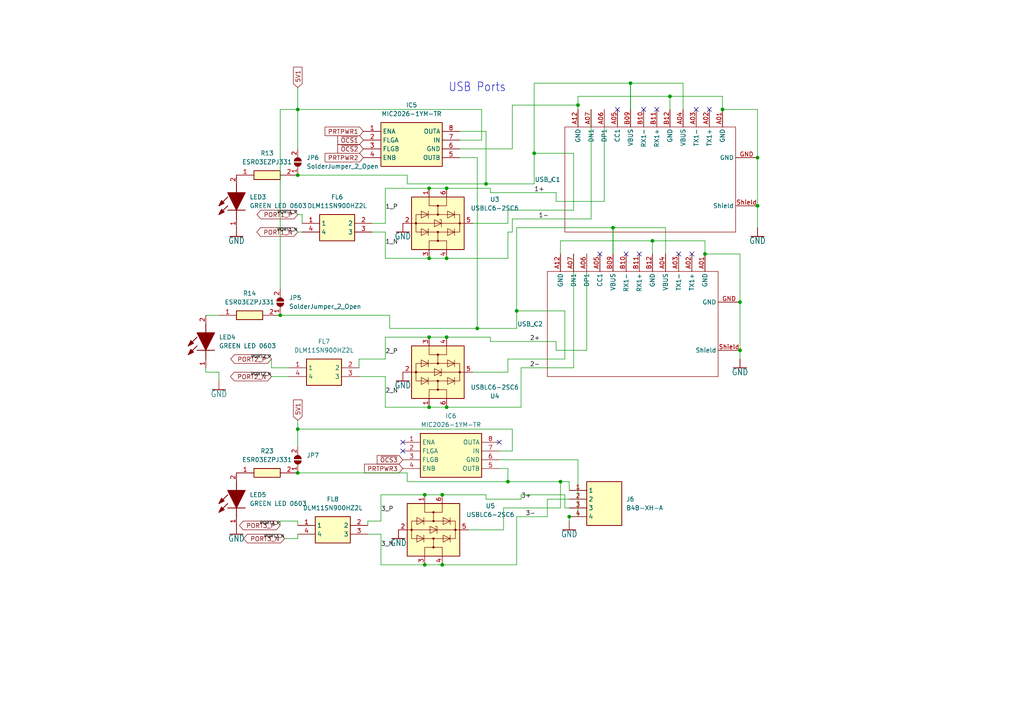
<source format=kicad_sch>
(kicad_sch (version 20230121) (generator eeschema)
  (paper "A4")
  (lib_symbols
    (symbol "Connector:PLUG-USBC-121SMT-4BS2S"
      (property "Reference" "USB_C" (at 0 0 0))
      (symbol "PLUG-USBC-121SMT-4BS2S_1_1"
        (rectangle (start -15.24 -3.81) (end 15.24 -53.34))
        (pin bidirectional line (at 20.32 -49.53 180) (length 5.08) (name "GND") (number "A01"))
        (pin bidirectional line (at 20.32 -45.72 180) (length 5.08) (name "TX1+") (number "A02"))
        (pin bidirectional line (at 20.32 -41.91 180) (length 5.08) (name "TX1-") (number "A03"))
        (pin bidirectional line (at 20.32 -38.1 180) (length 5.08) (name "VBUS") (number "A04"))
        (pin bidirectional line (at 20.32 -19.05 180) (length 5.08) (name "CC1") (number "A05"))
        (pin bidirectional line (at 20.32 -15.24 180) (length 5.08) (name "DP1") (number "A06"))
        (pin bidirectional line (at 20.32 -11.43 180) (length 5.08) (name "DN1") (number "A07"))
        (pin bidirectional line (at 20.32 -7.62 180) (length 5.08) (name "GND") (number "A12"))
        (pin bidirectional line (at 20.32 -22.86 180) (length 5.08) (name "VBUS") (number "B09"))
        (pin bidirectional line (at 20.32 -26.67 180) (length 5.08) (name "RX1-") (number "B10"))
        (pin bidirectional line (at 20.32 -30.48 180) (length 5.08) (name "RX1+") (number "B11"))
        (pin bidirectional line (at 20.32 -34.29 180) (length 5.08) (name "GND") (number "B12"))
        (pin bidirectional line (at 6.35 -59.69 90) (length 6.35) (name "GND") (number "GND"))
        (pin bidirectional line (at -7.62 -59.69 90) (length 6.35) (name "Shield") (number "Shield"))
      )
    )
    (symbol "Jumper:SolderJumper_2_Open" (pin_names (offset 0) hide)
      (property "Reference" "JP" (at 0 2.032 0))
      (property "Value" "SolderJumper_2_Open" (at 0 -2.54 0))
      (symbol "SolderJumper_2_Open_0_1"
        (arc (start -0.254 1.016) (mid -1.2656 0) (end -0.254 -1.016))
        (arc (start -0.254 1.016) (mid -1.2656 0) (end -0.254 -1.016) (fill (type outline)))
        (polyline (pts (xy -0.254 1.016) (xy -0.254 -1.016)))
        (polyline (pts (xy 0.254 1.016) (xy 0.254 -1.016)))
        (arc (start 0.254 -1.016) (mid 1.2656 0) (end 0.254 1.016))
        (arc (start 0.254 -1.016) (mid 1.2656 0) (end 0.254 1.016) (fill (type outline)))
      )
      (symbol "SolderJumper_2_Open_1_1"
        (pin passive line (at -3.81 0 0) (length 2.54) (name "A") (number "1"))
        (pin passive line (at 3.81 0 180) (length 2.54) (name "B") (number "2"))
      )
    )
    (symbol "Power_Protection:USBLC6-2SC6" (pin_names hide)
      (property "Reference" "U" (at 2.54 8.89 0))
      (property "Value" "USBLC6-2SC6" (at 2.54 -8.89 0))
      (symbol "USBLC6-2SC6_0_1"
        (rectangle (start -7.62 -7.62) (end 7.62 7.62) (stroke (width 0.254)) (fill (type background)))
        (circle (center -5.08 0) (radius 0.254) (fill (type outline)))
        (circle (center -2.54 0) (radius 0.254) (fill (type outline)))
        (rectangle (start -2.54 6.35) (end 2.54 -6.35))
        (circle (center 0 -6.35) (radius 0.254) (fill (type outline)))
        (polyline (pts (xy -5.08 -2.54) (xy -7.62 -2.54)))
        (polyline (pts (xy -5.08 0) (xy -5.08 -2.54)))
        (polyline (pts (xy -5.08 2.54) (xy -7.62 2.54)))
        (polyline (pts (xy -1.524 -2.794) (xy -3.556 -2.794)))
        (polyline (pts (xy -1.524 4.826) (xy -3.556 4.826)))
        (polyline (pts (xy 0 -7.62) (xy 0 -6.35)))
        (polyline (pts (xy 0 -6.35) (xy 0 1.27)))
        (polyline (pts (xy 0 1.27) (xy 0 6.35)))
        (polyline (pts (xy 0 6.35) (xy 0 7.62)))
        (polyline (pts (xy 1.524 -2.794) (xy 3.556 -2.794)))
        (polyline (pts (xy 1.524 4.826) (xy 3.556 4.826)))
        (polyline (pts (xy 5.08 -2.54) (xy 7.62 -2.54)))
        (polyline (pts (xy 5.08 0) (xy 5.08 -2.54)))
        (polyline (pts (xy 5.08 2.54) (xy 7.62 2.54)))
        (polyline (pts (xy -2.54 0) (xy -5.08 0) (xy -5.08 2.54)))
        (polyline (pts (xy 2.54 0) (xy 5.08 0) (xy 5.08 2.54)))
        (polyline (pts (xy -3.556 -4.826) (xy -1.524 -4.826) (xy -2.54 -2.794) (xy -3.556 -4.826)))
        (polyline (pts (xy -3.556 2.794) (xy -1.524 2.794) (xy -2.54 4.826) (xy -3.556 2.794)))
        (polyline (pts (xy -1.016 -1.016) (xy 1.016 -1.016) (xy 0 1.016) (xy -1.016 -1.016)))
        (polyline (pts (xy 1.016 1.016) (xy 0.762 1.016) (xy -1.016 1.016) (xy -1.016 0.508)))
        (polyline (pts (xy 3.556 -4.826) (xy 1.524 -4.826) (xy 2.54 -2.794) (xy 3.556 -4.826)))
        (polyline (pts (xy 3.556 2.794) (xy 1.524 2.794) (xy 2.54 4.826) (xy 3.556 2.794)))
        (circle (center 0 6.35) (radius 0.254) (fill (type outline)))
        (circle (center 2.54 0) (radius 0.254) (fill (type outline)))
        (circle (center 5.08 0) (radius 0.254) (fill (type outline)))
      )
      (symbol "USBLC6-2SC6_1_1"
        (pin passive line (at -10.16 -2.54 0) (length 2.54) (name "I/O1") (number "1"))
        (pin passive line (at 0 -10.16 90) (length 2.54) (name "GND") (number "2"))
        (pin passive line (at 10.16 -2.54 180) (length 2.54) (name "I/O2") (number "3"))
        (pin passive line (at 10.16 2.54 180) (length 2.54) (name "I/O2") (number "4"))
        (pin passive line (at 0 10.16 270) (length 2.54) (name "VBUS") (number "5"))
        (pin passive line (at -10.16 2.54 0) (length 2.54) (name "I/O1") (number "6"))
      )
    )
    (symbol "Qwiic-USB_Hub-eagle-import:GND" (power)
      (property "Value" "GND" (at 0 -0.254 0))
      (symbol "GND_1_0"
        (polyline (pts (xy -1.905 0) (xy 1.905 0)) (stroke (width 0.254)))
        (pin power_in line (at 0 2.54 270) (length 2.54) (name "GND") (number "1"))
      )
    )
    (symbol "SamacSys_Parts:B1931URO-20D000114U1930" (pin_names hide)
      (property "Reference" "LED" (at 12.7 8.89 0))
      (property "Value" "B1931URO-20D000114U1930" (at 12.7 6.35 0))
      (symbol "B1931URO-20D000114U1930_1_1"
        (polyline (pts (xy 2.54 0) (xy 5.08 0)) (stroke (width 0.254)))
        (polyline (pts (xy 5.08 2.54) (xy 5.08 -2.54)) (stroke (width 0.254)))
        (polyline (pts (xy 6.35 2.54) (xy 3.81 5.08)) (stroke (width 0.254)))
        (polyline (pts (xy 8.89 2.54) (xy 6.35 5.08)) (stroke (width 0.254)))
        (polyline (pts (xy 10.16 0) (xy 12.7 0)) (stroke (width 0.254)))
        (polyline (pts (xy 5.08 0) (xy 10.16 2.54) (xy 10.16 -2.54) (xy 5.08 0)) (stroke (width 0.254)) (fill (type outline)))
        (polyline (pts (xy 5.334 4.318) (xy 4.572 3.556) (xy 3.81 5.08) (xy 5.334 4.318)) (stroke (width 0.254)) (fill (type outline)))
        (polyline (pts (xy 7.874 4.318) (xy 7.112 3.556) (xy 6.35 5.08) (xy 7.874 4.318)) (stroke (width 0.254)) (fill (type outline)))
        (pin passive line (at 0 0 0) (length 2.54) (name "K") (number "1"))
        (pin passive line (at 15.24 0 180) (length 2.54) (name "A") (number "2"))
      )
    )
    (symbol "SamacSys_Parts:B4B-XH-A"
      (property "Reference" "J" (at 16.51 7.62 0))
      (property "Value" "B4B-XH-A" (at 16.51 5.08 0))
      (symbol "B4B-XH-A_1_1"
        (rectangle (start 5.08 2.54) (end 15.24 -10.16) (stroke (width 0.254)) (fill (type background)))
        (pin passive line (at 0 0 0) (length 5.08) (name "1") (number "1"))
        (pin passive line (at 0 -2.54 0) (length 5.08) (name "2") (number "2"))
        (pin passive line (at 0 -5.08 0) (length 5.08) (name "3") (number "3"))
        (pin passive line (at 0 -7.62 0) (length 5.08) (name "4") (number "4"))
      )
    )
    (symbol "SamacSys_Parts:DLM11SN900HZ2L"
      (property "Reference" "FL" (at 16.51 7.62 0))
      (property "Value" "DLM11SN900HZ2L" (at 16.51 5.08 0))
      (symbol "DLM11SN900HZ2L_1_1"
        (rectangle (start 5.08 2.54) (end 15.24 -5.08) (stroke (width 0.254)) (fill (type background)))
        (pin passive line (at 0 0 0) (length 5.08) (name "1") (number "1"))
        (pin passive line (at 20.32 0 180) (length 5.08) (name "2") (number "2"))
        (pin passive line (at 20.32 -2.54 180) (length 5.08) (name "3") (number "3"))
        (pin passive line (at 0 -2.54 0) (length 5.08) (name "4") (number "4"))
      )
    )
    (symbol "SamacSys_Parts:ESR03EZPJ331" (pin_names hide)
      (property "Reference" "R" (at 13.97 6.35 0))
      (property "Value" "ESR03EZPJ331" (at 13.97 3.81 0))
      (symbol "ESR03EZPJ331_1_1"
        (rectangle (start 5.08 1.27) (end 12.7 -1.27) (stroke (width 0.254)) (fill (type background)))
        (pin passive line (at 0 0 0) (length 5.08) (name "1") (number "1"))
        (pin passive line (at 17.78 0 180) (length 5.08) (name "2") (number "2"))
      )
    )
    (symbol "SamacSys_Parts:MIC2026-1YM-TR"
      (property "Reference" "IC" (at 24.13 7.62 0))
      (property "Value" "MIC2026-1YM-TR" (at 24.13 5.08 0))
      (symbol "MIC2026-1YM-TR_1_1"
        (rectangle (start 5.08 2.54) (end 22.86 -10.16) (stroke (width 0.254)) (fill (type background)))
        (pin passive line (at 0 0 0) (length 5.08) (name "ENA") (number "1"))
        (pin passive line (at 0 -2.54 0) (length 5.08) (name "FLGA") (number "2"))
        (pin passive line (at 0 -5.08 0) (length 5.08) (name "FLGB") (number "3"))
        (pin passive line (at 0 -7.62 0) (length 5.08) (name "ENB") (number "4"))
        (pin passive line (at 27.94 -7.62 180) (length 5.08) (name "OUTB") (number "5"))
        (pin passive line (at 27.94 -5.08 180) (length 5.08) (name "GND") (number "6"))
        (pin passive line (at 27.94 -2.54 180) (length 5.08) (name "IN") (number "7"))
        (pin passive line (at 27.94 0 180) (length 5.08) (name "OUTA") (number "8"))
      )
    )
  )
  (junction (at 165.1 149.86))
  (junction (at 86.36 31.75))
  (junction (at 219.71 59.69))
  (junction (at 86.36 50.8))
  (junction (at 209.55 31.75))
  (junction (at 129.54 54.61))
  (junction (at 167.64 30.48))
  (junction (at 129.54 74.93))
  (junction (at 86.36 124.46))
  (junction (at 162.56 139.7))
  (junction (at 81.28 91.44))
  (junction (at 124.46 118.11))
  (junction (at 128.27 163.83))
  (junction (at 177.8 66.04))
  (junction (at 154.94 44.45))
  (junction (at 189.23 69.85))
  (junction (at 182.88 24.13))
  (junction (at 124.46 97.79))
  (junction (at 138.43 95.25))
  (junction (at 204.47 73.66))
  (junction (at 214.63 101.6))
  (junction (at 124.46 54.61))
  (junction (at 128.27 143.51))
  (junction (at 219.71 45.72))
  (junction (at 124.46 74.93))
  (junction (at 129.54 97.79))
  (junction (at 86.36 137.16))
  (junction (at 147.32 139.7))
  (junction (at 140.97 53.34))
  (junction (at 129.54 118.11))
  (junction (at 123.19 163.83))
  (junction (at 194.31 27.94))
  (junction (at 214.63 87.63))
  (junction (at 149.86 90.17))
  (junction (at 123.19 143.51))
  (no_connect (at 190.5 31.75))
  (no_connect (at 116.84 128.27))
  (no_connect (at 173.99 73.66))
  (no_connect (at 144.78 128.27))
  (no_connect (at 201.93 31.75))
  (no_connect (at 185.42 73.66))
  (no_connect (at 116.84 130.81))
  (no_connect (at 205.74 31.75))
  (no_connect (at 179.07 31.75))
  (no_connect (at 186.69 31.75))
  (no_connect (at 181.61 73.66))
  (no_connect (at 200.66 73.66))
  (no_connect (at 196.85 73.66))
  (wire (pts (xy 144.78 133.35) (xy 167.64 133.35)))
  (wire (pts (xy 149.86 90.17) (xy 149.86 66.04)) (stroke (width 0.1524)))
  (wire (pts (xy 113.03 95.25) (xy 138.43 95.25)) (stroke (width 0.1524)))
  (wire (pts (xy 123.19 143.51) (xy 128.27 143.51)))
  (wire (pts (xy 162.56 69.85) (xy 189.23 69.85)))
  (wire (pts (xy 154.94 53.34) (xy 154.94 44.45)) (stroke (width 0.1524)))
  (wire (pts (xy 219.71 59.69) (xy 219.71 66.04)) (stroke (width 0.1524)))
  (wire (pts (xy 219.71 31.75) (xy 219.71 45.72)) (stroke (width 0.1524)))
  (wire (pts (xy 111.76 54.61) (xy 124.46 54.61)))
  (wire (pts (xy 214.63 73.66) (xy 204.47 73.66)) (stroke (width 0.1524)))
  (wire (pts (xy 147.32 104.14) (xy 163.83 104.14)))
  (wire (pts (xy 129.54 118.11) (xy 151.13 118.11)))
  (wire (pts (xy 214.63 101.6) (xy 214.63 104.14)) (stroke (width 0.1524)))
  (wire (pts (xy 182.88 24.13) (xy 182.88 31.75)) (stroke (width 0.1524)))
  (wire (pts (xy 148.59 63.5) (xy 171.45 63.5)))
  (wire (pts (xy 158.75 144.78) (xy 165.1 144.78)))
  (wire (pts (xy 86.36 156.21) (xy 86.36 154.94)))
  (wire (pts (xy 204.47 69.85) (xy 204.47 73.66)))
  (wire (pts (xy 128.27 143.51) (xy 140.97 143.51)))
  (wire (pts (xy 193.04 66.04) (xy 177.8 66.04)))
  (wire (pts (xy 86.36 124.46) (xy 86.36 129.54)))
  (wire (pts (xy 148.59 30.48) (xy 148.59 43.18)))
  (wire (pts (xy 118.11 53.34) (xy 140.97 53.34)) (stroke (width 0.1524)))
  (wire (pts (xy 147.32 67.31) (xy 148.59 67.31)))
  (wire (pts (xy 81.28 151.13) (xy 86.36 151.13)))
  (wire (pts (xy 86.36 50.8) (xy 118.11 50.8)))
  (wire (pts (xy 147.32 74.93) (xy 147.32 67.31)))
  (wire (pts (xy 171.45 63.5) (xy 171.45 31.75)))
  (wire (pts (xy 149.86 149.86) (xy 149.86 163.83)))
  (wire (pts (xy 63.5 107.95) (xy 63.5 110.49)))
  (wire (pts (xy 86.36 121.92) (xy 86.36 124.46)))
  (wire (pts (xy 86.36 31.75) (xy 139.7 31.75)))
  (wire (pts (xy 193.04 73.66) (xy 193.04 66.04)))
  (wire (pts (xy 189.23 69.85) (xy 204.47 69.85)))
  (wire (pts (xy 59.69 107.95) (xy 59.69 106.68)))
  (wire (pts (xy 59.69 91.44) (xy 63.5 91.44)))
  (wire (pts (xy 177.8 66.04) (xy 177.8 73.66)))
  (wire (pts (xy 167.64 149.86) (xy 165.1 149.86)))
  (wire (pts (xy 162.56 139.7) (xy 165.1 139.7)) (stroke (width 0.1524)))
  (wire (pts (xy 163.83 143.51) (xy 151.13 143.51)))
  (wire (pts (xy 182.88 24.13) (xy 182.88 31.75)))
  (wire (pts (xy 198.12 24.13) (xy 182.88 24.13)))
  (wire (pts (xy 82.55 156.21) (xy 86.36 156.21)))
  (wire (pts (xy 86.36 124.46) (xy 148.59 124.46)))
  (wire (pts (xy 209.55 27.94) (xy 209.55 31.75)))
  (wire (pts (xy 144.78 130.81) (xy 148.59 130.81)))
  (wire (pts (xy 147.32 60.96) (xy 166.37 60.96)))
  (wire (pts (xy 161.29 55.88) (xy 161.29 58.42)))
  (wire (pts (xy 81.28 91.44) (xy 113.03 91.44)))
  (wire (pts (xy 118.11 139.7) (xy 147.32 139.7)) (stroke (width 0.1524)))
  (wire (pts (xy 219.71 31.75) (xy 209.55 31.75)) (stroke (width 0.1524)))
  (wire (pts (xy 111.76 104.14) (xy 111.76 97.79)))
  (wire (pts (xy 194.31 27.94) (xy 194.31 31.75)))
  (wire (pts (xy 110.49 151.13) (xy 110.49 143.51)))
  (wire (pts (xy 137.16 64.77) (xy 147.32 64.77)))
  (wire (pts (xy 149.86 95.25) (xy 149.86 90.17)) (stroke (width 0.1524)))
  (wire (pts (xy 177.8 66.04) (xy 177.8 73.66)) (stroke (width 0.1524)))
  (wire (pts (xy 148.59 130.81) (xy 148.59 124.46)))
  (wire (pts (xy 133.35 45.72) (xy 138.43 45.72)))
  (wire (pts (xy 148.59 43.18) (xy 133.35 43.18)))
  (wire (pts (xy 78.74 109.22) (xy 83.82 109.22)))
  (wire (pts (xy 135.89 153.67) (xy 146.05 153.67)))
  (wire (pts (xy 104.14 104.14) (xy 111.76 104.14)))
  (wire (pts (xy 147.32 139.7) (xy 162.56 139.7)) (stroke (width 0.1524)))
  (wire (pts (xy 129.54 54.61) (xy 142.24 54.61)))
  (wire (pts (xy 161.29 101.6) (xy 170.18 101.6)))
  (wire (pts (xy 139.7 31.75) (xy 139.7 40.64)))
  (wire (pts (xy 161.29 58.42) (xy 175.26 58.42)))
  (wire (pts (xy 166.37 60.96) (xy 166.37 44.45)))
  (wire (pts (xy 86.36 137.16) (xy 118.11 137.16)))
  (wire (pts (xy 149.86 66.04) (xy 177.8 66.04)) (stroke (width 0.1524)))
  (wire (pts (xy 142.24 54.61) (xy 142.24 55.88)))
  (wire (pts (xy 111.76 97.79) (xy 124.46 97.79)))
  (wire (pts (xy 147.32 64.77) (xy 147.32 60.96)))
  (wire (pts (xy 129.54 97.79) (xy 142.24 97.79)))
  (wire (pts (xy 78.74 106.68) (xy 78.74 104.14)))
  (wire (pts (xy 78.74 106.68) (xy 83.82 106.68)))
  (wire (pts (xy 140.97 53.34) (xy 154.94 53.34)) (stroke (width 0.1524)))
  (wire (pts (xy 138.43 45.72) (xy 138.43 95.25)))
  (wire (pts (xy 81.28 31.75) (xy 86.36 31.75)))
  (wire (pts (xy 144.78 135.89) (xy 147.32 135.89)))
  (wire (pts (xy 59.69 107.95) (xy 63.5 107.95)))
  (wire (pts (xy 124.46 54.61) (xy 129.54 54.61)))
  (wire (pts (xy 165.1 139.7) (xy 165.1 142.24)) (stroke (width 0.1524)))
  (wire (pts (xy 219.71 45.72) (xy 219.71 59.69)) (stroke (width 0.1524)))
  (wire (pts (xy 170.18 73.66) (xy 170.18 91.44)))
  (wire (pts (xy 167.64 30.48) (xy 148.59 30.48)))
  (wire (pts (xy 189.23 69.85) (xy 189.23 73.66)))
  (wire (pts (xy 147.32 135.89) (xy 147.32 139.7)))
  (wire (pts (xy 165.1 147.32) (xy 163.83 147.32)))
  (wire (pts (xy 110.49 163.83) (xy 123.19 163.83)))
  (wire (pts (xy 111.76 54.61) (xy 111.76 64.77)))
  (wire (pts (xy 124.46 74.93) (xy 129.54 74.93)))
  (wire (pts (xy 214.63 87.63) (xy 214.63 101.6)) (stroke (width 0.1524)))
  (wire (pts (xy 140.97 143.51) (xy 140.97 144.78)))
  (wire (pts (xy 198.12 31.75) (xy 198.12 24.13)))
  (wire (pts (xy 142.24 99.06) (xy 161.29 99.06)))
  (wire (pts (xy 158.75 149.86) (xy 158.75 144.78)))
  (wire (pts (xy 151.13 106.68) (xy 166.37 106.68)))
  (wire (pts (xy 118.11 137.16) (xy 118.11 139.7)) (stroke (width 0.1524)))
  (wire (pts (xy 166.37 73.66) (xy 166.37 106.68)))
  (wire (pts (xy 163.83 147.32) (xy 163.83 143.51)))
  (wire (pts (xy 110.49 143.51) (xy 123.19 143.51)))
  (wire (pts (xy 106.68 154.94) (xy 110.49 154.94)))
  (wire (pts (xy 167.64 27.94) (xy 194.31 27.94)))
  (wire (pts (xy 167.64 133.35) (xy 167.64 149.86)))
  (wire (pts (xy 111.76 74.93) (xy 124.46 74.93)))
  (wire (pts (xy 170.18 100.33) (xy 170.18 91.44)) (stroke (width 0.1524)))
  (wire (pts (xy 154.94 44.45) (xy 154.94 24.13)) (stroke (width 0.1524)))
  (wire (pts (xy 86.36 43.18) (xy 86.36 31.75)))
  (wire (pts (xy 146.05 147.32) (xy 162.56 147.32)))
  (wire (pts (xy 87.63 64.77) (xy 87.63 62.23)))
  (wire (pts (xy 118.11 50.8) (xy 118.11 53.34)))
  (wire (pts (xy 81.28 151.13) (xy 81.28 152.4)))
  (wire (pts (xy 154.94 24.13) (xy 182.88 24.13)) (stroke (width 0.1524)))
  (wire (pts (xy 129.54 74.93) (xy 147.32 74.93)))
  (wire (pts (xy 111.76 109.22) (xy 111.76 118.11)))
  (wire (pts (xy 133.35 38.1) (xy 140.97 38.1)))
  (wire (pts (xy 140.97 144.78) (xy 151.13 144.78)))
  (wire (pts (xy 175.26 58.42) (xy 175.26 31.75)))
  (wire (pts (xy 167.64 31.75) (xy 167.64 30.48)))
  (wire (pts (xy 165.1 149.86) (xy 165.1 151.13)) (stroke (width 0.1524)))
  (wire (pts (xy 167.64 30.48) (xy 167.64 27.94)))
  (wire (pts (xy 128.27 163.83) (xy 149.86 163.83)))
  (wire (pts (xy 124.46 118.11) (xy 129.54 118.11)))
  (wire (pts (xy 162.56 139.7) (xy 162.56 147.32)))
  (wire (pts (xy 149.86 149.86) (xy 158.75 149.86)))
  (wire (pts (xy 139.7 40.64) (xy 133.35 40.64)))
  (wire (pts (xy 104.14 106.68) (xy 104.14 104.14)))
  (wire (pts (xy 163.83 104.14) (xy 163.83 90.17)))
  (wire (pts (xy 151.13 143.51) (xy 151.13 144.78)))
  (wire (pts (xy 87.63 62.23) (xy 86.36 62.23)))
  (wire (pts (xy 86.36 67.31) (xy 87.63 67.31)))
  (wire (pts (xy 140.97 38.1) (xy 140.97 53.34)))
  (wire (pts (xy 111.76 118.11) (xy 124.46 118.11)))
  (wire (pts (xy 123.19 163.83) (xy 128.27 163.83)))
  (wire (pts (xy 163.83 90.17) (xy 149.86 90.17)))
  (wire (pts (xy 142.24 55.88) (xy 161.29 55.88)))
  (wire (pts (xy 106.68 151.13) (xy 110.49 151.13)))
  (wire (pts (xy 142.24 97.79) (xy 142.24 99.06)))
  (wire (pts (xy 162.56 73.66) (xy 162.56 69.85)))
  (wire (pts (xy 81.28 31.75) (xy 81.28 83.82)))
  (wire (pts (xy 111.76 67.31) (xy 111.76 74.93)))
  (wire (pts (xy 161.29 99.06) (xy 161.29 101.6)))
  (wire (pts (xy 170.18 101.6) (xy 170.18 100.33)))
  (wire (pts (xy 104.14 109.22) (xy 111.76 109.22)))
  (wire (pts (xy 86.36 31.75) (xy 86.36 25.4)))
  (wire (pts (xy 146.05 147.32) (xy 146.05 153.67)))
  (wire (pts (xy 151.13 106.68) (xy 151.13 118.11)))
  (wire (pts (xy 113.03 92.71) (xy 113.03 95.25)) (stroke (width 0.1524)))
  (wire (pts (xy 214.63 73.66) (xy 214.63 87.63)) (stroke (width 0.1524)))
  (wire (pts (xy 124.46 97.79) (xy 129.54 97.79)))
  (wire (pts (xy 113.03 91.44) (xy 113.03 92.71)))
  (wire (pts (xy 106.68 151.13) (xy 106.68 152.4)))
  (wire (pts (xy 110.49 154.94) (xy 110.49 163.83)))
  (wire (pts (xy 138.43 95.25) (xy 149.86 95.25)) (stroke (width 0.1524)))
  (wire (pts (xy 137.16 107.95) (xy 147.32 107.95)))
  (wire (pts (xy 147.32 107.95) (xy 147.32 104.14)))
  (wire (pts (xy 107.95 64.77) (xy 111.76 64.77)))
  (wire (pts (xy 194.31 27.94) (xy 209.55 27.94)))
  (wire (pts (xy 166.37 44.45) (xy 154.94 44.45)))
  (wire (pts (xy 86.36 152.4) (xy 86.36 151.13)))
  (wire (pts (xy 148.59 67.31) (xy 148.59 63.5)))
  (wire (pts (xy 107.95 67.31) (xy 111.76 67.31)))
  (text "USB Ports" (at 138.43 25.4 0) (effects (font (size 2.54 2.159))))
  (label "2+" (at 153.67 99.06 0))
  (label "PORT3_N" (at 82.55 156.21 180) (effects (font (size 0.889 0.889))))
  (label "3+" (at 151.13 144.78 0))
  (label "3_N" (at 110.49 158.75 0))
  (label "2_P" (at 111.76 102.87 0))
  (label "1+" (at 154.94 55.88 0))
  (label "1_N" (at 111.76 71.12 0))
  (label "PORT2_N" (at 78.74 109.22 180) (effects (font (size 0.889 0.889))))
  (label "PORT1_P" (at 86.36 62.23 180) (effects (font (size 0.889 0.889))))
  (label "PORT2_P" (at 78.74 104.14 180) (effects (font (size 0.889 0.889))))
  (label "1-" (at 156.21 63.5 0))
  (label "2_N" (at 111.76 114.3 0))
  (label "PORT3_P" (at 81.28 152.4 180) (effects (font (size 0.889 0.889))))
  (label "3_P" (at 110.49 148.59 0))
  (label "1_P" (at 111.76 60.96 0))
  (label "2-" (at 153.67 106.68 0))
  (label "3-" (at 152.4 149.86 0))
  (label "PORT1_N" (at 86.36 67.31 180) (effects (font (size 0.889 0.889))))
  (global_label "PORT1_P" (shape bidirectional) (at 86.36 62.23 180) (property "Intersheetrefs" "${INTERSHEET_REFS}" (effects hide)))
  (global_label "5V1" (shape input) (at 86.36 121.92 90) (property "Intersheetrefs" "${INTERSHEET_REFS}" (effects hide)))
  (global_label "PRTPWR3" (shape input) (at 116.84 135.89 180) (property "Intersheetrefs" "${INTERSHEET_REFS}" (effects hide)))
  (global_label "PORT1_N" (shape bidirectional) (at 86.36 67.31 180) (property "Intersheetrefs" "${INTERSHEET_REFS}" (effects hide)))
  (global_label "PORT3_N" (shape bidirectional) (at 82.55 156.21 180) (property "Intersheetrefs" "${INTERSHEET_REFS}" (effects hide)))
  (global_label "PORT2_P" (shape bidirectional) (at 78.74 104.14 180) (property "Intersheetrefs" "${INTERSHEET_REFS}" (effects hide)))
  (global_label "~{OCS1}" (shape input) (at 105.41 40.64 180) (property "Intersheetrefs" "${INTERSHEET_REFS}" (effects hide)))
  (global_label "5V1" (shape input) (at 86.36 25.4 90) (property "Intersheetrefs" "${INTERSHEET_REFS}" (effects hide)))
  (global_label "PRTPWR1" (shape input) (at 105.41 38.1 180) (property "Intersheetrefs" "${INTERSHEET_REFS}" (effects hide)))
  (global_label "PORT2_N" (shape bidirectional) (at 78.74 109.22 180) (property "Intersheetrefs" "${INTERSHEET_REFS}" (effects hide)))
  (global_label "PRTPWR2" (shape input) (at 105.41 45.72 180) (property "Intersheetrefs" "${INTERSHEET_REFS}" (effects hide)))
  (global_label "PORT3_P" (shape bidirectional) (at 81.28 152.4 180) (property "Intersheetrefs" "${INTERSHEET_REFS}" (effects hide)))
  (global_label "~{OCS2}" (shape input) (at 105.41 43.18 180) (property "Intersheetrefs" "${INTERSHEET_REFS}" (effects hide)))
  (global_label "~{OCS3}" (shape input) (at 116.84 133.35 180) (property "Intersheetrefs" "${INTERSHEET_REFS}" (effects hide)))
  (symbol (lib_id "SamacSys_Parts:ESR03EZPJ331") (at 68.58 137.16 0) (unit 1)
    (property "Reference" "R23" (at 77.47 130.81 0))
    (property "Value" "ESR03EZPJ331" (at 77.47 133.35 0))
    (property "Footprint" "RESC1608X55N" (effects hide))
    (property "Datasheet" "https://componentsearchengine.com/Datasheets/1/ESR03EZPJ331.pdf" (effects hide))
    (property "Height" "0.55" (effects hide))
    (property "Manufacturer_Name" "ROHM Semiconductor" (effects hide))
    (property "Manufacturer_Part_Number" "ESR03EZPJ331" (effects hide))
    (property "Mouser Part Number" "755-ESR03EZPJ331" (effects hide))
    (property "Mouser Price/Stock" "https://www.mouser.co.uk/ProductDetail/ROHM-Semiconductor/ESR03EZPJ331?qs=DyUWGjl%252BcVuEQIiw%252BHs%2F7g%3D%3D" (effects hide))
    (property "Arrow Part Number" "ESR03EZPJ331" (effects hide))
    (property "Arrow Price/Stock" "https://www.arrow.com/en/products/esr03ezpj331/rohm-semiconductor" (effects hide))
  )
  (symbol (lib_id "Connector:PLUG-USBC-121SMT-4BS2S") (at 154.94 93.98 90) (unit 1)
    (property "Reference" "USB_C2" (at 157.48 93.98 90) (effects (justify left)))
    (property "Value" "~" (at 154.94 93.98 0))
    (property "Footprint" "Connector_USB:PLUG-USBC-121SMT-4BS2S" (effects hide))
    (property "Datasheet" "https://globtek.secure.force.com/spec/pdf/2342616/d2760419" (effects hide))
  )
  (symbol (lib_id "Jumper:SolderJumper_2_Open") (at 81.28 87.63 90) (unit 1)
    (property "Reference" "JP5" (at 83.82 86.36 90) (effects (justify right)))
    (property "Value" "SolderJumper_2_Open" (at 83.82 88.9 90) (effects (justify right)))
    (property "Footprint" "Jumper:SolderJumper-2_P1.3mm_Open_Pad1.0x1.5mm" (effects hide))
  )
  (symbol (lib_id "SamacSys_Parts:B1931URO-20D000114U1930") (at 59.69 106.68 90) (unit 1)
    (property "Reference" "LED4" (at 63.5 97.79 90) (effects (justify right)))
    (property "Value" "GREEN LED 0603" (at 63.5 100.33 90) (effects (justify right)))
    (property "Footprint" "LEDC1608X60N" (effects hide))
    (property "Datasheet" "https://mm.digikey.com/Volume0/opasdata/d220001/medias/docus/3667/B1931URO-20D000114U1930.pdf" (effects hide))
    (property "Height" "0.6" (effects hide))
    (property "Manufacturer_Name" "Harvatek" (effects hide))
    (property "Manufacturer_Part_Number" "B1931URO-20D000114U1930" (effects hide))
  )
  (symbol (lib_id "SamacSys_Parts:ESR03EZPJ331") (at 63.5 91.44 0) (unit 1)
    (property "Reference" "R14" (at 72.39 85.09 0))
    (property "Value" "ESR03EZPJ331" (at 72.39 87.63 0))
    (property "Footprint" "RESC1608X55N" (effects hide))
    (property "Datasheet" "https://componentsearchengine.com/Datasheets/1/ESR03EZPJ331.pdf" (effects hide))
    (property "Height" "0.55" (effects hide))
    (property "Manufacturer_Name" "ROHM Semiconductor" (effects hide))
    (property "Manufacturer_Part_Number" "ESR03EZPJ331" (effects hide))
    (property "Mouser Part Number" "755-ESR03EZPJ331" (effects hide))
    (property "Mouser Price/Stock" "https://www.mouser.co.uk/ProductDetail/ROHM-Semiconductor/ESR03EZPJ331?qs=DyUWGjl%252BcVuEQIiw%252BHs%2F7g%3D%3D" (effects hide))
    (property "Arrow Part Number" "ESR03EZPJ331" (effects hide))
    (property "Arrow Price/Stock" "https://www.arrow.com/en/products/esr03ezpj331/rohm-semiconductor" (effects hide))
  )
  (symbol (lib_id "Power_Protection:USBLC6-2SC6") (at 127 64.77 270) (unit 1)
    (property "Reference" "U3" (at 143.51 57.8419 90))
    (property "Value" "USBLC6-2SC6" (at 143.51 60.3819 90))
    (property "Footprint" "Package_TO_SOT_SMD:SOT-23-6" (effects hide))
    (property "Datasheet" "https://www.st.com/resource/en/datasheet/usblc6-2.pdf" (effects hide))
  )
  (symbol (lib_id "Power_Protection:USBLC6-2SC6") (at 125.73 153.67 270) (unit 1)
    (property "Reference" "U5" (at 142.24 146.7419 90))
    (property "Value" "USBLC6-2SC6" (at 142.24 149.2819 90))
    (property "Footprint" "Package_TO_SOT_SMD:SOT-23-6" (effects hide))
    (property "Datasheet" "https://www.st.com/resource/en/datasheet/usblc6-2.pdf" (effects hide))
  )
  (symbol (lib_id "SamacSys_Parts:ESR03EZPJ331") (at 68.58 50.8 0) (unit 1)
    (property "Reference" "R13" (at 77.47 44.45 0))
    (property "Value" "ESR03EZPJ331" (at 77.47 46.99 0))
    (property "Footprint" "RESC1608X55N" (effects hide))
    (property "Datasheet" "https://componentsearchengine.com/Datasheets/1/ESR03EZPJ331.pdf" (effects hide))
    (property "Height" "0.55" (effects hide))
    (property "Manufacturer_Name" "ROHM Semiconductor" (effects hide))
    (property "Manufacturer_Part_Number" "ESR03EZPJ331" (effects hide))
    (property "Mouser Part Number" "755-ESR03EZPJ331" (effects hide))
    (property "Mouser Price/Stock" "https://www.mouser.co.uk/ProductDetail/ROHM-Semiconductor/ESR03EZPJ331?qs=DyUWGjl%252BcVuEQIiw%252BHs%2F7g%3D%3D" (effects hide))
    (property "Arrow Part Number" "ESR03EZPJ331" (effects hide))
    (property "Arrow Price/Stock" "https://www.arrow.com/en/products/esr03ezpj331/rohm-semiconductor" (effects hide))
  )
  (symbol (lib_id "Jumper:SolderJumper_2_Open") (at 86.36 46.99 90) (unit 1)
    (property "Reference" "JP6" (at 88.9 45.72 90) (effects (justify right)))
    (property "Value" "SolderJumper_2_Open" (at 88.9 48.26 90) (effects (justify right)))
    (property "Footprint" "Jumper:SolderJumper-2_P1.3mm_Open_Pad1.0x1.5mm" (effects hide))
  )
  (symbol (lib_id "SamacSys_Parts:B4B-XH-A") (at 165.1 142.24 0) (unit 1)
    (property "Reference" "J6" (at 181.61 144.78 0) (effects (justify left)))
    (property "Value" "B4B-XH-A" (at 181.61 147.32 0) (effects (justify left)))
    (property "Footprint" "B4BXHA" (effects hide))
    (property "Datasheet" "https://www.jst-mfg.com/product/pdf/eng/eXH.pdf" (effects hide))
    (property "Height" "7" (effects hide))
    (property "Manufacturer_Name" "JST (JAPAN SOLDERLESS TERMINALS)" (effects hide))
    (property "Manufacturer_Part_Number" "B4B-XH-A" (effects hide))
  )
  (symbol (lib_id "Qwiic-USB_Hub-eagle-import:GND") (at 116.84 67.31 0) (unit 1)
    (property "Reference" "#GND060" (effects hide))
    (property "Value" "GND" (at 116.84 67.564 0) (effects (font (size 1.778 1.5113)) (justify top)))
  )
  (symbol (lib_id "SamacSys_Parts:DLM11SN900HZ2L") (at 87.63 64.77 0) (unit 1)
    (property "Reference" "FL6" (at 97.79 57.15 0))
    (property "Value" "DLM11SN900HZ2L" (at 97.79 59.69 0))
    (property "Footprint" "DLM11SN900HZ2L" (effects hide))
    (property "Datasheet" "https://www.murata.com/en-us/products/productdata/8796759851038/QFLC9116.pdf" (effects hide))
    (property "Height" "0.6" (effects hide))
    (property "Manufacturer_Name" "Murata Electronics" (effects hide))
    (property "Manufacturer_Part_Number" "DLM11SN900HZ2L" (effects hide))
    (property "Mouser Part Number" "81-DLM11SN900HZ2L" (effects hide))
    (property "Mouser Price/Stock" "https://www.mouser.co.uk/ProductDetail/Murata-Electronics/DLM11SN900HZ2L?qs=lEfY3O89Aqk%252BOsIwi%252BZA3g%3D%3D" (effects hide))
    (property "Arrow Part Number" "DLM11SN900HZ2L" (effects hide))
    (property "Arrow Price/Stock" "https://www.arrow.com/en/products/dlm11sn900hz2l/murata-manufacturing?region=nac" (effects hide))
  )
  (symbol (lib_id "Qwiic-USB_Hub-eagle-import:GND") (at 115.57 156.21 0) (unit 1)
    (property "Reference" "#GND058" (effects hide))
    (property "Value" "GND" (at 115.57 156.464 0) (effects (font (size 1.778 1.5113)) (justify top)))
  )
  (symbol (lib_id "SamacSys_Parts:MIC2026-1YM-TR") (at 105.41 38.1 0) (unit 1)
    (property "Reference" "IC5" (at 119.38 30.48 0))
    (property "Value" "MIC2026-1YM-TR" (at 119.38 33.02 0))
    (property "Footprint" "SOIC127P600X163-8N" (effects hide))
    (property "Datasheet" "http://www.microchip.com/mymicrochip/filehandler.aspx?ddocname=en579448" (effects hide))
    (property "Height" "1.63" (effects hide))
    (property "Manufacturer_Name" "Microchip" (effects hide))
    (property "Manufacturer_Part_Number" "MIC2026-1YM-TR" (effects hide))
    (property "Mouser Part Number" "998-MIC2026-1YMTR" (effects hide))
    (property "Mouser Price/Stock" "https://www.mouser.co.uk/ProductDetail/Microchip-Technology/MIC2026-1YM-TR?qs=Y3Q3JoKAO1RvSBXTScKjGw%3D%3D" (effects hide))
    (property "Arrow Part Number" "MIC2026-1YM-TR" (effects hide))
    (property "Arrow Price/Stock" "https://www.arrow.com/en/products/mic2026-1ym-tr/microchip-technology?region=europe" (effects hide))
  )
  (symbol (lib_id "Power_Protection:USBLC6-2SC6") (at 127 107.95 270) (mirror x) (unit 1)
    (property "Reference" "U4" (at 143.51 114.8781 90))
    (property "Value" "USBLC6-2SC6" (at 143.51 112.3381 90))
    (property "Footprint" "Package_TO_SOT_SMD:SOT-23-6" (effects hide))
    (property "Datasheet" "https://www.st.com/resource/en/datasheet/usblc6-2.pdf" (effects hide))
  )
  (symbol (lib_id "Qwiic-USB_Hub-eagle-import:GND") (at 116.84 110.49 0) (unit 1)
    (property "Reference" "#GND059" (effects hide))
    (property "Value" "GND" (at 116.84 110.744 0) (effects (font (size 1.778 1.5113)) (justify top)))
  )
  (symbol (lib_id "Qwiic-USB_Hub-eagle-import:GND") (at 214.63 106.68 0) (unit 1)
    (property "Reference" "#GND045" (effects hide))
    (property "Value" "GND" (at 214.63 106.934 0) (effects (font (size 1.778 1.5113)) (justify top)))
  )
  (symbol (lib_id "Qwiic-USB_Hub-eagle-import:GND") (at 219.71 68.58 0) (unit 1)
    (property "Reference" "#GND046" (effects hide))
    (property "Value" "GND" (at 219.71 68.834 0) (effects (font (size 1.778 1.5113)) (justify top)))
  )
  (symbol (lib_id "Qwiic-USB_Hub-eagle-import:GND") (at 68.58 154.94 0) (unit 1)
    (property "Reference" "#GND043" (effects hide))
    (property "Value" "GND" (at 68.58 155.194 0) (effects (font (size 1.778 1.5113)) (justify top)))
  )
  (symbol (lib_id "Qwiic-USB_Hub-eagle-import:GND") (at 68.58 68.58 0) (unit 1)
    (property "Reference" "#GND041" (effects hide))
    (property "Value" "GND" (at 68.58 68.834 0) (effects (font (size 1.778 1.5113)) (justify top)))
  )
  (symbol (lib_id "SamacSys_Parts:DLM11SN900HZ2L") (at 86.36 152.4 0) (unit 1)
    (property "Reference" "FL8" (at 96.52 144.78 0))
    (property "Value" "DLM11SN900HZ2L" (at 96.52 147.32 0))
    (property "Footprint" "DLM11SN900HZ2L" (effects hide))
    (property "Datasheet" "https://www.murata.com/en-us/products/productdata/8796759851038/QFLC9116.pdf" (effects hide))
    (property "Height" "0.6" (effects hide))
    (property "Manufacturer_Name" "Murata Electronics" (effects hide))
    (property "Manufacturer_Part_Number" "DLM11SN900HZ2L" (effects hide))
    (property "Mouser Part Number" "81-DLM11SN900HZ2L" (effects hide))
    (property "Mouser Price/Stock" "https://www.mouser.co.uk/ProductDetail/Murata-Electronics/DLM11SN900HZ2L?qs=lEfY3O89Aqk%252BOsIwi%252BZA3g%3D%3D" (effects hide))
    (property "Arrow Part Number" "DLM11SN900HZ2L" (effects hide))
    (property "Arrow Price/Stock" "https://www.arrow.com/en/products/dlm11sn900hz2l/murata-manufacturing?region=nac" (effects hide))
  )
  (symbol (lib_id "Jumper:SolderJumper_2_Open") (at 86.36 133.35 90) (unit 1)
    (property "Reference" "JP7" (at 88.9 132.08 90) (effects (justify right)))
    (property "Value" "SolderJumper_2_Open" (effects hide))
    (property "Footprint" "Jumper:SolderJumper-2_P1.3mm_Open_Pad1.0x1.5mm" (effects hide))
  )
  (symbol (lib_id "SamacSys_Parts:DLM11SN900HZ2L") (at 83.82 106.68 0) (unit 1)
    (property "Reference" "FL7" (at 93.98 99.06 0))
    (property "Value" "DLM11SN900HZ2L" (at 93.98 101.6 0))
    (property "Footprint" "DLM11SN900HZ2L" (effects hide))
    (property "Datasheet" "https://www.murata.com/en-us/products/productdata/8796759851038/QFLC9116.pdf" (effects hide))
    (property "Height" "0.6" (effects hide))
    (property "Manufacturer_Name" "Murata Electronics" (effects hide))
    (property "Manufacturer_Part_Number" "DLM11SN900HZ2L" (effects hide))
    (property "Mouser Part Number" "81-DLM11SN900HZ2L" (effects hide))
    (property "Mouser Price/Stock" "https://www.mouser.co.uk/ProductDetail/Murata-Electronics/DLM11SN900HZ2L?qs=lEfY3O89Aqk%252BOsIwi%252BZA3g%3D%3D" (effects hide))
    (property "Arrow Part Number" "DLM11SN900HZ2L" (effects hide))
    (property "Arrow Price/Stock" "https://www.arrow.com/en/products/dlm11sn900hz2l/murata-manufacturing?region=nac" (effects hide))
  )
  (symbol (lib_id "SamacSys_Parts:B1931URO-20D000114U1930") (at 68.58 66.04 90) (unit 1)
    (property "Reference" "LED3" (at 72.39 57.15 90) (effects (justify right)))
    (property "Value" "GREEN LED 0603" (at 72.39 59.69 90) (effects (justify right)))
    (property "Footprint" "LEDC1608X60N" (effects hide))
    (property "Datasheet" "https://mm.digikey.com/Volume0/opasdata/d220001/medias/docus/3667/B1931URO-20D000114U1930.pdf" (effects hide))
    (property "Height" "0.6" (effects hide))
    (property "Manufacturer_Name" "Harvatek" (effects hide))
    (property "Manufacturer_Part_Number" "B1931URO-20D000114U1930" (effects hide))
  )
  (symbol (lib_id "Qwiic-USB_Hub-eagle-import:GND") (at 165.1 153.67 0) (unit 1)
    (property "Reference" "#GND047" (effects hide))
    (property "Value" "GND" (at 165.1 153.924 0) (effects (font (size 1.778 1.5113)) (justify top)))
  )
  (symbol (lib_id "SamacSys_Parts:B1931URO-20D000114U1930") (at 68.58 152.4 90) (unit 1)
    (property "Reference" "LED5" (at 72.39 143.51 90) (effects (justify right)))
    (property "Value" "GREEN LED 0603" (at 72.39 146.05 90) (effects (justify right)))
    (property "Footprint" "LEDC1608X60N" (effects hide))
    (property "Datasheet" "https://mm.digikey.com/Volume0/opasdata/d220001/medias/docus/3667/B1931URO-20D000114U1930.pdf" (effects hide))
    (property "Height" "0.6" (effects hide))
    (property "Manufacturer_Name" "Harvatek" (effects hide))
    (property "Manufacturer_Part_Number" "B1931URO-20D000114U1930" (effects hide))
  )
  (symbol (lib_id "Qwiic-USB_Hub-eagle-import:GND") (at 63.5 113.03 0) (unit 1)
    (property "Reference" "#GND042" (effects hide))
    (property "Value" "GND" (at 63.5 113.284 0) (effects (font (size 1.778 1.5113)) (justify top)))
  )
  (symbol (lib_id "Connector:PLUG-USBC-121SMT-4BS2S") (at 160.02 52.07 90) (unit 1)
    (property "Reference" "USB_C1" (at 162.56 52.07 90) (effects (justify left)))
    (property "Value" "~" (at 160.02 52.07 0))
    (property "Footprint" "Connector_USB:PLUG-USBC-121SMT-4BS2S" (effects hide))
  )
  (symbol (lib_id "SamacSys_Parts:MIC2026-1YM-TR") (at 116.84 128.27 0) (unit 1)
    (property "Reference" "IC6" (at 130.81 120.65 0))
    (property "Value" "MIC2026-1YM-TR" (at 130.81 123.19 0))
    (property "Footprint" "SOIC127P600X163-8N" (effects hide))
    (property "Datasheet" "http://www.microchip.com/mymicrochip/filehandler.aspx?ddocname=en579448" (effects hide))
    (property "Height" "1.63" (effects hide))
    (property "Manufacturer_Name" "Microchip" (effects hide))
    (property "Manufacturer_Part_Number" "MIC2026-1YM-TR" (effects hide))
    (property "Mouser Part Number" "998-MIC2026-1YMTR" (effects hide))
    (property "Mouser Price/Stock" "https://www.mouser.co.uk/ProductDetail/Microchip-Technology/MIC2026-1YM-TR?qs=Y3Q3JoKAO1RvSBXTScKjGw%3D%3D" (effects hide))
    (property "Arrow Part Number" "MIC2026-1YM-TR" (effects hide))
    (property "Arrow Price/Stock" "https://www.arrow.com/en/products/mic2026-1ym-tr/microchip-technology?region=europe" (effects hide))
  )
)
</source>
